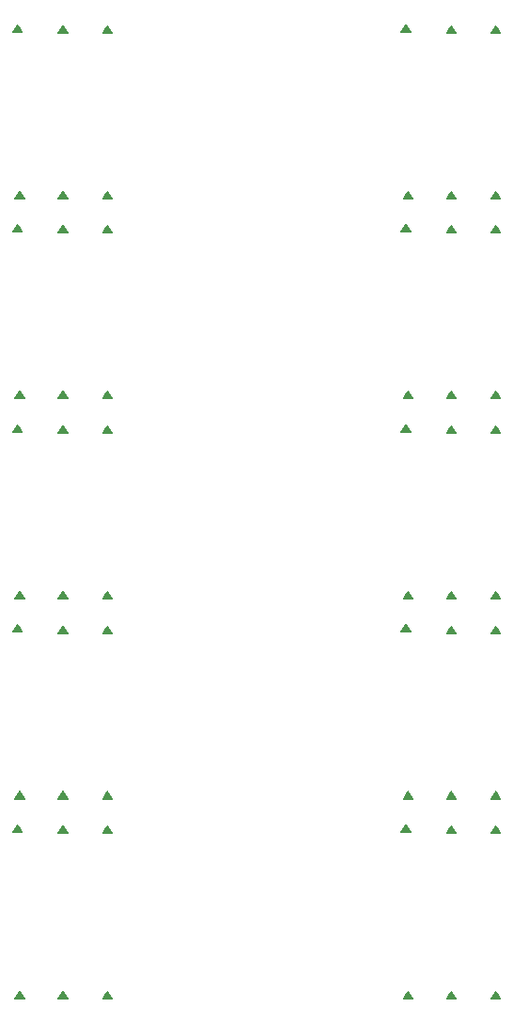
<source format=gbr>
%TF.GenerationSoftware,KiCad,Pcbnew,6.0.8-f2edbf62ab~116~ubuntu22.04.1*%
%TF.CreationDate,2022-10-31T09:01:50+00:00*%
%TF.ProjectId,panel,70616e65-6c2e-46b6-9963-61645f706362,3.0*%
%TF.SameCoordinates,Original*%
%TF.FileFunction,Legend,Bot*%
%TF.FilePolarity,Positive*%
%FSLAX46Y46*%
G04 Gerber Fmt 4.6, Leading zero omitted, Abs format (unit mm)*
G04 Created by KiCad (PCBNEW 6.0.8-f2edbf62ab~116~ubuntu22.04.1) date 2022-10-31 09:01:50*
%MOMM*%
%LPD*%
G01*
G04 APERTURE LIST*
%ADD10C,0.152400*%
%ADD11C,0.500000*%
%ADD12C,2.000000*%
G04 APERTURE END LIST*
D10*
G36*
X53800000Y-78700000D02*
G01*
X53000000Y-78700000D01*
X53400000Y-78100000D01*
X53800000Y-78700000D01*
G37*
X53800000Y-78700000D02*
X53000000Y-78700000D01*
X53400000Y-78100000D01*
X53800000Y-78700000D01*
G36*
X18800000Y-78700000D02*
G01*
X18000000Y-78700000D01*
X18400000Y-78100000D01*
X18800000Y-78700000D01*
G37*
X18800000Y-78700000D02*
X18000000Y-78700000D01*
X18400000Y-78100000D01*
X18800000Y-78700000D01*
G36*
X53800000Y-60700000D02*
G01*
X53000000Y-60700000D01*
X53400000Y-60100000D01*
X53800000Y-60700000D01*
G37*
X53800000Y-60700000D02*
X53000000Y-60700000D01*
X53400000Y-60100000D01*
X53800000Y-60700000D01*
G36*
X18800000Y-60700000D02*
G01*
X18000000Y-60700000D01*
X18400000Y-60100000D01*
X18800000Y-60700000D01*
G37*
X18800000Y-60700000D02*
X18000000Y-60700000D01*
X18400000Y-60100000D01*
X18800000Y-60700000D01*
G36*
X18800000Y-42700000D02*
G01*
X18000000Y-42700000D01*
X18400000Y-42100000D01*
X18800000Y-42700000D01*
G37*
X18800000Y-42700000D02*
X18000000Y-42700000D01*
X18400000Y-42100000D01*
X18800000Y-42700000D01*
G36*
X53800000Y-42700000D02*
G01*
X53000000Y-42700000D01*
X53400000Y-42100000D01*
X53800000Y-42700000D01*
G37*
X53800000Y-42700000D02*
X53000000Y-42700000D01*
X53400000Y-42100000D01*
X53800000Y-42700000D01*
G36*
X53800000Y-24700000D02*
G01*
X53000000Y-24700000D01*
X53400000Y-24100000D01*
X53800000Y-24700000D01*
G37*
X53800000Y-24700000D02*
X53000000Y-24700000D01*
X53400000Y-24100000D01*
X53800000Y-24700000D01*
G36*
X18800000Y-24700000D02*
G01*
X18000000Y-24700000D01*
X18400000Y-24100000D01*
X18800000Y-24700000D01*
G37*
X18800000Y-24700000D02*
X18000000Y-24700000D01*
X18400000Y-24100000D01*
X18800000Y-24700000D01*
G36*
X53800000Y-6700000D02*
G01*
X53000000Y-6700000D01*
X53400000Y-6100000D01*
X53800000Y-6700000D01*
G37*
X53800000Y-6700000D02*
X53000000Y-6700000D01*
X53400000Y-6100000D01*
X53800000Y-6700000D01*
G36*
X18800000Y-6700000D02*
G01*
X18000000Y-6700000D01*
X18400000Y-6100000D01*
X18800000Y-6700000D01*
G37*
X18800000Y-6700000D02*
X18000000Y-6700000D01*
X18400000Y-6100000D01*
X18800000Y-6700000D01*
G36*
X61900000Y-93700000D02*
G01*
X61100000Y-93700000D01*
X61500000Y-93100000D01*
X61900000Y-93700000D01*
G37*
X61900000Y-93700000D02*
X61100000Y-93700000D01*
X61500000Y-93100000D01*
X61900000Y-93700000D01*
G36*
X26900000Y-93700000D02*
G01*
X26100000Y-93700000D01*
X26500000Y-93100000D01*
X26900000Y-93700000D01*
G37*
X26900000Y-93700000D02*
X26100000Y-93700000D01*
X26500000Y-93100000D01*
X26900000Y-93700000D01*
G36*
X61900000Y-75700000D02*
G01*
X61100000Y-75700000D01*
X61500000Y-75100000D01*
X61900000Y-75700000D01*
G37*
X61900000Y-75700000D02*
X61100000Y-75700000D01*
X61500000Y-75100000D01*
X61900000Y-75700000D01*
G36*
X26900000Y-75700000D02*
G01*
X26100000Y-75700000D01*
X26500000Y-75100000D01*
X26900000Y-75700000D01*
G37*
X26900000Y-75700000D02*
X26100000Y-75700000D01*
X26500000Y-75100000D01*
X26900000Y-75700000D01*
G36*
X61900000Y-57700000D02*
G01*
X61100000Y-57700000D01*
X61500000Y-57100000D01*
X61900000Y-57700000D01*
G37*
X61900000Y-57700000D02*
X61100000Y-57700000D01*
X61500000Y-57100000D01*
X61900000Y-57700000D01*
G36*
X26900000Y-57700000D02*
G01*
X26100000Y-57700000D01*
X26500000Y-57100000D01*
X26900000Y-57700000D01*
G37*
X26900000Y-57700000D02*
X26100000Y-57700000D01*
X26500000Y-57100000D01*
X26900000Y-57700000D01*
G36*
X61900000Y-39700000D02*
G01*
X61100000Y-39700000D01*
X61500000Y-39100000D01*
X61900000Y-39700000D01*
G37*
X61900000Y-39700000D02*
X61100000Y-39700000D01*
X61500000Y-39100000D01*
X61900000Y-39700000D01*
G36*
X26900000Y-39700000D02*
G01*
X26100000Y-39700000D01*
X26500000Y-39100000D01*
X26900000Y-39700000D01*
G37*
X26900000Y-39700000D02*
X26100000Y-39700000D01*
X26500000Y-39100000D01*
X26900000Y-39700000D01*
G36*
X61900000Y-21700000D02*
G01*
X61100000Y-21700000D01*
X61500000Y-21100000D01*
X61900000Y-21700000D01*
G37*
X61900000Y-21700000D02*
X61100000Y-21700000D01*
X61500000Y-21100000D01*
X61900000Y-21700000D01*
G36*
X26900000Y-21700000D02*
G01*
X26100000Y-21700000D01*
X26500000Y-21100000D01*
X26900000Y-21700000D01*
G37*
X26900000Y-21700000D02*
X26100000Y-21700000D01*
X26500000Y-21100000D01*
X26900000Y-21700000D01*
G36*
X54000000Y-93700000D02*
G01*
X53200000Y-93700000D01*
X53600000Y-93100000D01*
X54000000Y-93700000D01*
G37*
X54000000Y-93700000D02*
X53200000Y-93700000D01*
X53600000Y-93100000D01*
X54000000Y-93700000D01*
G36*
X19000000Y-93700000D02*
G01*
X18200000Y-93700000D01*
X18600000Y-93100000D01*
X19000000Y-93700000D01*
G37*
X19000000Y-93700000D02*
X18200000Y-93700000D01*
X18600000Y-93100000D01*
X19000000Y-93700000D01*
G36*
X54000000Y-75700000D02*
G01*
X53200000Y-75700000D01*
X53600000Y-75100000D01*
X54000000Y-75700000D01*
G37*
X54000000Y-75700000D02*
X53200000Y-75700000D01*
X53600000Y-75100000D01*
X54000000Y-75700000D01*
G36*
X19000000Y-75700000D02*
G01*
X18200000Y-75700000D01*
X18600000Y-75100000D01*
X19000000Y-75700000D01*
G37*
X19000000Y-75700000D02*
X18200000Y-75700000D01*
X18600000Y-75100000D01*
X19000000Y-75700000D01*
G36*
X54000000Y-57700000D02*
G01*
X53200000Y-57700000D01*
X53600000Y-57100000D01*
X54000000Y-57700000D01*
G37*
X54000000Y-57700000D02*
X53200000Y-57700000D01*
X53600000Y-57100000D01*
X54000000Y-57700000D01*
G36*
X19000000Y-57700000D02*
G01*
X18200000Y-57700000D01*
X18600000Y-57100000D01*
X19000000Y-57700000D01*
G37*
X19000000Y-57700000D02*
X18200000Y-57700000D01*
X18600000Y-57100000D01*
X19000000Y-57700000D01*
G36*
X54000000Y-39700000D02*
G01*
X53200000Y-39700000D01*
X53600000Y-39100000D01*
X54000000Y-39700000D01*
G37*
X54000000Y-39700000D02*
X53200000Y-39700000D01*
X53600000Y-39100000D01*
X54000000Y-39700000D01*
G36*
X19000000Y-39700000D02*
G01*
X18200000Y-39700000D01*
X18600000Y-39100000D01*
X19000000Y-39700000D01*
G37*
X19000000Y-39700000D02*
X18200000Y-39700000D01*
X18600000Y-39100000D01*
X19000000Y-39700000D01*
G36*
X54000000Y-21700000D02*
G01*
X53200000Y-21700000D01*
X53600000Y-21100000D01*
X54000000Y-21700000D01*
G37*
X54000000Y-21700000D02*
X53200000Y-21700000D01*
X53600000Y-21100000D01*
X54000000Y-21700000D01*
G36*
X19000000Y-21700000D02*
G01*
X18200000Y-21700000D01*
X18600000Y-21100000D01*
X19000000Y-21700000D01*
G37*
X19000000Y-21700000D02*
X18200000Y-21700000D01*
X18600000Y-21100000D01*
X19000000Y-21700000D01*
G36*
X61900000Y-78800000D02*
G01*
X61100000Y-78800000D01*
X61500000Y-78200000D01*
X61900000Y-78800000D01*
G37*
X61900000Y-78800000D02*
X61100000Y-78800000D01*
X61500000Y-78200000D01*
X61900000Y-78800000D01*
G36*
X26900000Y-78800000D02*
G01*
X26100000Y-78800000D01*
X26500000Y-78200000D01*
X26900000Y-78800000D01*
G37*
X26900000Y-78800000D02*
X26100000Y-78800000D01*
X26500000Y-78200000D01*
X26900000Y-78800000D01*
G36*
X61900000Y-60800000D02*
G01*
X61100000Y-60800000D01*
X61500000Y-60200000D01*
X61900000Y-60800000D01*
G37*
X61900000Y-60800000D02*
X61100000Y-60800000D01*
X61500000Y-60200000D01*
X61900000Y-60800000D01*
G36*
X26900000Y-60800000D02*
G01*
X26100000Y-60800000D01*
X26500000Y-60200000D01*
X26900000Y-60800000D01*
G37*
X26900000Y-60800000D02*
X26100000Y-60800000D01*
X26500000Y-60200000D01*
X26900000Y-60800000D01*
G36*
X61900000Y-42800000D02*
G01*
X61100000Y-42800000D01*
X61500000Y-42200000D01*
X61900000Y-42800000D01*
G37*
X61900000Y-42800000D02*
X61100000Y-42800000D01*
X61500000Y-42200000D01*
X61900000Y-42800000D01*
G36*
X26900000Y-42800000D02*
G01*
X26100000Y-42800000D01*
X26500000Y-42200000D01*
X26900000Y-42800000D01*
G37*
X26900000Y-42800000D02*
X26100000Y-42800000D01*
X26500000Y-42200000D01*
X26900000Y-42800000D01*
G36*
X61900000Y-24800000D02*
G01*
X61100000Y-24800000D01*
X61500000Y-24200000D01*
X61900000Y-24800000D01*
G37*
X61900000Y-24800000D02*
X61100000Y-24800000D01*
X61500000Y-24200000D01*
X61900000Y-24800000D01*
G36*
X26900000Y-24800000D02*
G01*
X26100000Y-24800000D01*
X26500000Y-24200000D01*
X26900000Y-24800000D01*
G37*
X26900000Y-24800000D02*
X26100000Y-24800000D01*
X26500000Y-24200000D01*
X26900000Y-24800000D01*
G36*
X61900000Y-6800000D02*
G01*
X61100000Y-6800000D01*
X61500000Y-6200000D01*
X61900000Y-6800000D01*
G37*
X61900000Y-6800000D02*
X61100000Y-6800000D01*
X61500000Y-6200000D01*
X61900000Y-6800000D01*
G36*
X26900000Y-6800000D02*
G01*
X26100000Y-6800000D01*
X26500000Y-6200000D01*
X26900000Y-6800000D01*
G37*
X26900000Y-6800000D02*
X26100000Y-6800000D01*
X26500000Y-6200000D01*
X26900000Y-6800000D01*
G36*
X57900000Y-78800000D02*
G01*
X57100000Y-78800000D01*
X57500000Y-78200000D01*
X57900000Y-78800000D01*
G37*
X57900000Y-78800000D02*
X57100000Y-78800000D01*
X57500000Y-78200000D01*
X57900000Y-78800000D01*
G36*
X22900000Y-78800000D02*
G01*
X22100000Y-78800000D01*
X22500000Y-78200000D01*
X22900000Y-78800000D01*
G37*
X22900000Y-78800000D02*
X22100000Y-78800000D01*
X22500000Y-78200000D01*
X22900000Y-78800000D01*
G36*
X57900000Y-60800000D02*
G01*
X57100000Y-60800000D01*
X57500000Y-60200000D01*
X57900000Y-60800000D01*
G37*
X57900000Y-60800000D02*
X57100000Y-60800000D01*
X57500000Y-60200000D01*
X57900000Y-60800000D01*
G36*
X22900000Y-60800000D02*
G01*
X22100000Y-60800000D01*
X22500000Y-60200000D01*
X22900000Y-60800000D01*
G37*
X22900000Y-60800000D02*
X22100000Y-60800000D01*
X22500000Y-60200000D01*
X22900000Y-60800000D01*
G36*
X57900000Y-42800000D02*
G01*
X57100000Y-42800000D01*
X57500000Y-42200000D01*
X57900000Y-42800000D01*
G37*
X57900000Y-42800000D02*
X57100000Y-42800000D01*
X57500000Y-42200000D01*
X57900000Y-42800000D01*
G36*
X22900000Y-42800000D02*
G01*
X22100000Y-42800000D01*
X22500000Y-42200000D01*
X22900000Y-42800000D01*
G37*
X22900000Y-42800000D02*
X22100000Y-42800000D01*
X22500000Y-42200000D01*
X22900000Y-42800000D01*
G36*
X22900000Y-24800000D02*
G01*
X22100000Y-24800000D01*
X22500000Y-24200000D01*
X22900000Y-24800000D01*
G37*
X22900000Y-24800000D02*
X22100000Y-24800000D01*
X22500000Y-24200000D01*
X22900000Y-24800000D01*
G36*
X57900000Y-24800000D02*
G01*
X57100000Y-24800000D01*
X57500000Y-24200000D01*
X57900000Y-24800000D01*
G37*
X57900000Y-24800000D02*
X57100000Y-24800000D01*
X57500000Y-24200000D01*
X57900000Y-24800000D01*
G36*
X57900000Y-6800000D02*
G01*
X57100000Y-6800000D01*
X57500000Y-6200000D01*
X57900000Y-6800000D01*
G37*
X57900000Y-6800000D02*
X57100000Y-6800000D01*
X57500000Y-6200000D01*
X57900000Y-6800000D01*
G36*
X22900000Y-6800000D02*
G01*
X22100000Y-6800000D01*
X22500000Y-6200000D01*
X22900000Y-6800000D01*
G37*
X22900000Y-6800000D02*
X22100000Y-6800000D01*
X22500000Y-6200000D01*
X22900000Y-6800000D01*
G36*
X57900000Y-93700000D02*
G01*
X57100000Y-93700000D01*
X57500000Y-93100000D01*
X57900000Y-93700000D01*
G37*
X57900000Y-93700000D02*
X57100000Y-93700000D01*
X57500000Y-93100000D01*
X57900000Y-93700000D01*
G36*
X22900000Y-93700000D02*
G01*
X22100000Y-93700000D01*
X22500000Y-93100000D01*
X22900000Y-93700000D01*
G37*
X22900000Y-93700000D02*
X22100000Y-93700000D01*
X22500000Y-93100000D01*
X22900000Y-93700000D01*
G36*
X57900000Y-75700000D02*
G01*
X57100000Y-75700000D01*
X57500000Y-75100000D01*
X57900000Y-75700000D01*
G37*
X57900000Y-75700000D02*
X57100000Y-75700000D01*
X57500000Y-75100000D01*
X57900000Y-75700000D01*
G36*
X22900000Y-75700000D02*
G01*
X22100000Y-75700000D01*
X22500000Y-75100000D01*
X22900000Y-75700000D01*
G37*
X22900000Y-75700000D02*
X22100000Y-75700000D01*
X22500000Y-75100000D01*
X22900000Y-75700000D01*
G36*
X57900000Y-57700000D02*
G01*
X57100000Y-57700000D01*
X57500000Y-57100000D01*
X57900000Y-57700000D01*
G37*
X57900000Y-57700000D02*
X57100000Y-57700000D01*
X57500000Y-57100000D01*
X57900000Y-57700000D01*
G36*
X22900000Y-57700000D02*
G01*
X22100000Y-57700000D01*
X22500000Y-57100000D01*
X22900000Y-57700000D01*
G37*
X22900000Y-57700000D02*
X22100000Y-57700000D01*
X22500000Y-57100000D01*
X22900000Y-57700000D01*
G36*
X22900000Y-39700000D02*
G01*
X22100000Y-39700000D01*
X22500000Y-39100000D01*
X22900000Y-39700000D01*
G37*
X22900000Y-39700000D02*
X22100000Y-39700000D01*
X22500000Y-39100000D01*
X22900000Y-39700000D01*
G36*
X57900000Y-39700000D02*
G01*
X57100000Y-39700000D01*
X57500000Y-39100000D01*
X57900000Y-39700000D01*
G37*
X57900000Y-39700000D02*
X57100000Y-39700000D01*
X57500000Y-39100000D01*
X57900000Y-39700000D01*
G36*
X57900000Y-21700000D02*
G01*
X57100000Y-21700000D01*
X57500000Y-21100000D01*
X57900000Y-21700000D01*
G37*
X57900000Y-21700000D02*
X57100000Y-21700000D01*
X57500000Y-21100000D01*
X57900000Y-21700000D01*
G36*
X22900000Y-21700000D02*
G01*
X22100000Y-21700000D01*
X22500000Y-21100000D01*
X22900000Y-21700000D01*
G37*
X22900000Y-21700000D02*
X22100000Y-21700000D01*
X22500000Y-21100000D01*
X22900000Y-21700000D01*
%LPC*%
D11*
%TO.C,REF\u002A\u002A*%
X54999957Y-59702268D03*
%TD*%
%TO.C,REF\u002A\u002A*%
X23333290Y-23701796D03*
%TD*%
%TO.C,REF\u002A\u002A*%
X74297471Y-66333219D03*
%TD*%
%TO.C,REF\u002A\u002A*%
X20833291Y-5702151D03*
%TD*%
%TO.C,REF\u002A\u002A*%
X39297471Y-12333220D03*
%TD*%
%TO.C,REF\u002A\u002A*%
X59999957Y-5701560D03*
%TD*%
%TO.C,REF\u002A\u002A*%
X20833376Y-40298321D03*
%TD*%
%TO.C,REF\u002A\u002A*%
X39298735Y-69666552D03*
%TD*%
%TO.C,REF\u002A\u002A*%
X21666710Y-76298203D03*
%TD*%
%TO.C,REF\u002A\u002A*%
X24999957Y-41701559D03*
%TD*%
%TO.C,REF\u002A\u002A*%
X58333375Y-40297967D03*
%TD*%
%TO.C,REF\u002A\u002A*%
X74297471Y-12333220D03*
%TD*%
%TO.C,REF\u002A\u002A*%
X20833291Y-59702150D03*
%TD*%
%TO.C,REF\u002A\u002A*%
X6000000Y-1600000D03*
%TD*%
%TO.C,REF\u002A\u002A*%
X58333375Y-22297967D03*
%TD*%
%TO.C,REF\u002A\u002A*%
X57500042Y-40298085D03*
%TD*%
%TO.C,REF\u002A\u002A*%
X23333375Y-94297967D03*
%TD*%
%TO.C,REF\u002A\u002A*%
X6000000Y-2400000D03*
%TD*%
%TO.C,REF\u002A\u002A*%
X24999957Y-23701559D03*
%TD*%
%TO.C,REF\u002A\u002A*%
X22499958Y-77701914D03*
%TD*%
%TO.C,REF\u002A\u002A*%
X56666709Y-58298203D03*
%TD*%
%TO.C,REF\u002A\u002A*%
X24166624Y-5701679D03*
%TD*%
%TO.C,REF\u002A\u002A*%
X20833376Y-22298321D03*
%TD*%
%TO.C,REF\u002A\u002A*%
X39298419Y-68833219D03*
%TD*%
%TO.C,REF\u002A\u002A*%
X5701897Y-32000113D03*
%TD*%
%TO.C,REF\u002A\u002A*%
X20833291Y-77702150D03*
%TD*%
%TO.C,REF\u002A\u002A*%
X79200000Y-94000000D03*
%TD*%
%TO.C,REF\u002A\u002A*%
X5702845Y-70500113D03*
%TD*%
%TO.C,REF\u002A\u002A*%
X23333290Y-77701796D03*
%TD*%
%TO.C,REF\u002A\u002A*%
X58333290Y-59701796D03*
%TD*%
%TO.C,REF\u002A\u002A*%
X4000000Y-94000000D03*
%TD*%
%TO.C,REF\u002A\u002A*%
X74297155Y-11499887D03*
%TD*%
%TO.C,REF\u002A\u002A*%
X20833376Y-58298321D03*
%TD*%
%TO.C,REF\u002A\u002A*%
X74000000Y-1600000D03*
%TD*%
%TO.C,REF\u002A\u002A*%
X2400000Y-94000000D03*
%TD*%
%TO.C,REF\u002A\u002A*%
X20833376Y-76298321D03*
%TD*%
%TO.C,REF\u002A\u002A*%
X56666624Y-23702032D03*
%TD*%
%TO.C,REF\u002A\u002A*%
X39297787Y-13166553D03*
%TD*%
D12*
%TO.C,REF\u002A\u002A*%
X77500000Y-97500000D03*
%TD*%
D11*
%TO.C,REF\u002A\u002A*%
X54999957Y-23702268D03*
%TD*%
%TO.C,REF\u002A\u002A*%
X76000000Y-6000000D03*
%TD*%
%TO.C,REF\u002A\u002A*%
X54999957Y-41702268D03*
%TD*%
%TO.C,REF\u002A\u002A*%
X40701580Y-31166780D03*
%TD*%
%TO.C,REF\u002A\u002A*%
X39297155Y-47499886D03*
%TD*%
%TO.C,REF\u002A\u002A*%
X39297471Y-84333219D03*
%TD*%
%TO.C,REF\u002A\u002A*%
X6000000Y-97600000D03*
%TD*%
%TO.C,REF\u002A\u002A*%
X5702845Y-88500113D03*
%TD*%
%TO.C,REF\u002A\u002A*%
X40701264Y-66333447D03*
%TD*%
%TO.C,REF\u002A\u002A*%
X40702528Y-69666780D03*
%TD*%
%TO.C,REF\u002A\u002A*%
X58333375Y-58297967D03*
%TD*%
%TO.C,REF\u002A\u002A*%
X21666710Y-22298203D03*
%TD*%
%TO.C,REF\u002A\u002A*%
X74000000Y-97600000D03*
%TD*%
%TO.C,REF\u002A\u002A*%
X5701581Y-49166780D03*
%TD*%
%TO.C,REF\u002A\u002A*%
X0Y-6000000D03*
%TD*%
%TO.C,REF\u002A\u002A*%
X20833291Y-41702150D03*
%TD*%
%TO.C,REF\u002A\u002A*%
X39298735Y-87666552D03*
%TD*%
%TO.C,REF\u002A\u002A*%
X74000000Y-800000D03*
%TD*%
%TO.C,REF\u002A\u002A*%
X22499958Y-41701914D03*
%TD*%
%TO.C,REF\u002A\u002A*%
X55833375Y-58298321D03*
%TD*%
%TO.C,REF\u002A\u002A*%
X23333290Y-5701797D03*
%TD*%
%TO.C,REF\u002A\u002A*%
X0Y-94000000D03*
%TD*%
%TO.C,REF\u002A\u002A*%
X39299051Y-70499886D03*
%TD*%
%TO.C,REF\u002A\u002A*%
X74297787Y-13166553D03*
%TD*%
%TO.C,REF\u002A\u002A*%
X5702213Y-32833447D03*
%TD*%
%TO.C,REF\u002A\u002A*%
X5702845Y-34500113D03*
%TD*%
%TO.C,REF\u002A\u002A*%
X20000043Y-58298440D03*
%TD*%
%TO.C,REF\u002A\u002A*%
X59999957Y-77701559D03*
%TD*%
%TO.C,REF\u002A\u002A*%
X74299051Y-52499886D03*
%TD*%
%TO.C,REF\u002A\u002A*%
X40702212Y-32833447D03*
%TD*%
%TO.C,REF\u002A\u002A*%
X56666624Y-59702032D03*
%TD*%
%TO.C,REF\u002A\u002A*%
X40702844Y-88500113D03*
%TD*%
%TO.C,REF\u002A\u002A*%
X5700949Y-11500114D03*
%TD*%
%TO.C,REF\u002A\u002A*%
X40701264Y-48333447D03*
%TD*%
%TO.C,REF\u002A\u002A*%
X57499957Y-23701914D03*
%TD*%
%TO.C,REF\u002A\u002A*%
X59166709Y-76297849D03*
%TD*%
%TO.C,REF\u002A\u002A*%
X21666625Y-41702032D03*
%TD*%
%TO.C,REF\u002A\u002A*%
X57500042Y-76298085D03*
%TD*%
%TO.C,REF\u002A\u002A*%
X39297787Y-31166552D03*
%TD*%
%TO.C,REF\u002A\u002A*%
X5702213Y-68833447D03*
%TD*%
%TO.C,REF\u002A\u002A*%
X60000042Y-94297731D03*
%TD*%
%TO.C,REF\u002A\u002A*%
X40700948Y-11500114D03*
%TD*%
%TO.C,REF\u002A\u002A*%
X54999957Y-5702269D03*
%TD*%
%TO.C,REF\u002A\u002A*%
X5701897Y-68000113D03*
%TD*%
%TO.C,REF\u002A\u002A*%
X5701581Y-67166780D03*
%TD*%
%TO.C,REF\u002A\u002A*%
X24166709Y-22297849D03*
%TD*%
%TO.C,REF\u002A\u002A*%
X21666710Y-58298203D03*
%TD*%
%TO.C,REF\u002A\u002A*%
X55833290Y-5702151D03*
%TD*%
%TO.C,REF\u002A\u002A*%
X74297471Y-48333219D03*
%TD*%
%TO.C,REF\u002A\u002A*%
X55000042Y-94298440D03*
%TD*%
%TO.C,REF\u002A\u002A*%
X78400000Y-6000000D03*
%TD*%
%TO.C,REF\u002A\u002A*%
X39298419Y-32833219D03*
%TD*%
%TO.C,REF\u002A\u002A*%
X39298419Y-50833219D03*
%TD*%
%TO.C,REF\u002A\u002A*%
X40702212Y-50833447D03*
%TD*%
%TO.C,REF\u002A\u002A*%
X74000000Y-99200000D03*
%TD*%
%TO.C,REF\u002A\u002A*%
X22500042Y-94298085D03*
%TD*%
%TO.C,REF\u002A\u002A*%
X74000000Y-98400000D03*
%TD*%
%TO.C,REF\u002A\u002A*%
X22500042Y-76298085D03*
%TD*%
%TO.C,REF\u002A\u002A*%
X59166624Y-77701678D03*
%TD*%
%TO.C,REF\u002A\u002A*%
X39297787Y-85166552D03*
%TD*%
%TO.C,REF\u002A\u002A*%
X20000043Y-76298440D03*
%TD*%
%TO.C,REF\u002A\u002A*%
X74299051Y-70499886D03*
%TD*%
%TO.C,REF\u002A\u002A*%
X6000000Y-3200000D03*
%TD*%
%TO.C,REF\u002A\u002A*%
X55000042Y-76298440D03*
%TD*%
%TO.C,REF\u002A\u002A*%
X39298103Y-13999887D03*
%TD*%
%TO.C,REF\u002A\u002A*%
X59166709Y-22297849D03*
%TD*%
%TO.C,REF\u002A\u002A*%
X40701896Y-32000113D03*
%TD*%
D12*
%TO.C,REF\u002A\u002A*%
X2500000Y-2500000D03*
%TD*%
D11*
%TO.C,REF\u002A\u002A*%
X39297787Y-67166552D03*
%TD*%
%TO.C,REF\u002A\u002A*%
X5701897Y-50000113D03*
%TD*%
%TO.C,REF\u002A\u002A*%
X80000000Y-6000000D03*
%TD*%
%TO.C,REF\u002A\u002A*%
X74000000Y-2400000D03*
%TD*%
%TO.C,REF\u002A\u002A*%
X25000042Y-22297731D03*
%TD*%
%TO.C,REF\u002A\u002A*%
X19999958Y-41702268D03*
%TD*%
%TO.C,REF\u002A\u002A*%
X55833375Y-94298321D03*
%TD*%
%TO.C,REF\u002A\u002A*%
X74000000Y-4000000D03*
%TD*%
%TO.C,REF\u002A\u002A*%
X60000042Y-58297731D03*
%TD*%
%TO.C,REF\u002A\u002A*%
X40701580Y-13166781D03*
%TD*%
%TO.C,REF\u002A\u002A*%
X74298103Y-49999886D03*
%TD*%
%TO.C,REF\u002A\u002A*%
X40701264Y-30333447D03*
%TD*%
%TO.C,REF\u002A\u002A*%
X39297155Y-83499886D03*
%TD*%
%TO.C,REF\u002A\u002A*%
X55833290Y-77702150D03*
%TD*%
%TO.C,REF\u002A\u002A*%
X60000042Y-22297731D03*
%TD*%
%TO.C,REF\u002A\u002A*%
X74298419Y-32833219D03*
%TD*%
%TO.C,REF\u002A\u002A*%
X22499958Y-23701914D03*
%TD*%
%TO.C,REF\u002A\u002A*%
X5702529Y-87666780D03*
%TD*%
%TO.C,REF\u002A\u002A*%
X24166624Y-77701678D03*
%TD*%
%TO.C,REF\u002A\u002A*%
X24166624Y-59701678D03*
%TD*%
%TO.C,REF\u002A\u002A*%
X22499958Y-5701915D03*
%TD*%
%TO.C,REF\u002A\u002A*%
X74297787Y-49166552D03*
%TD*%
%TO.C,REF\u002A\u002A*%
X54999957Y-77702268D03*
%TD*%
%TO.C,REF\u002A\u002A*%
X19999958Y-23702268D03*
%TD*%
%TO.C,REF\u002A\u002A*%
X5702845Y-52500113D03*
%TD*%
%TO.C,REF\u002A\u002A*%
X800000Y-6000000D03*
%TD*%
%TO.C,REF\u002A\u002A*%
X23333375Y-58297967D03*
%TD*%
%TO.C,REF\u002A\u002A*%
X74298419Y-50833219D03*
%TD*%
%TO.C,REF\u002A\u002A*%
X21666625Y-5702033D03*
%TD*%
%TO.C,REF\u002A\u002A*%
X40701896Y-68000113D03*
%TD*%
%TO.C,REF\u002A\u002A*%
X74297471Y-30333219D03*
%TD*%
%TO.C,REF\u002A\u002A*%
X20000043Y-40298440D03*
%TD*%
%TO.C,REF\u002A\u002A*%
X5702529Y-33666780D03*
%TD*%
%TO.C,REF\u002A\u002A*%
X76000000Y-94000000D03*
%TD*%
%TO.C,REF\u002A\u002A*%
X74298735Y-51666552D03*
%TD*%
%TO.C,REF\u002A\u002A*%
X19999958Y-5702269D03*
%TD*%
%TO.C,REF\u002A\u002A*%
X57500042Y-94298085D03*
%TD*%
%TO.C,REF\u002A\u002A*%
X40702844Y-52500113D03*
%TD*%
%TO.C,REF\u002A\u002A*%
X74299051Y-16499886D03*
%TD*%
%TO.C,REF\u002A\u002A*%
X59999957Y-41701559D03*
%TD*%
%TO.C,REF\u002A\u002A*%
X20833291Y-23702150D03*
%TD*%
%TO.C,REF\u002A\u002A*%
X55833290Y-41702150D03*
%TD*%
%TO.C,REF\u002A\u002A*%
X21666625Y-77702032D03*
%TD*%
%TO.C,REF\u002A\u002A*%
X74298103Y-85999886D03*
%TD*%
%TO.C,REF\u002A\u002A*%
X57500042Y-58298085D03*
%TD*%
%TO.C,REF\u002A\u002A*%
X74297155Y-65499886D03*
%TD*%
%TO.C,REF\u002A\u002A*%
X59166624Y-41701678D03*
%TD*%
%TO.C,REF\u002A\u002A*%
X24166709Y-58297849D03*
%TD*%
%TO.C,REF\u002A\u002A*%
X39299051Y-34499886D03*
%TD*%
%TO.C,REF\u002A\u002A*%
X40701896Y-86000113D03*
%TD*%
%TO.C,REF\u002A\u002A*%
X40702212Y-14833447D03*
%TD*%
%TO.C,REF\u002A\u002A*%
X39299051Y-16499886D03*
%TD*%
%TO.C,REF\u002A\u002A*%
X40702844Y-70500113D03*
%TD*%
%TO.C,REF\u002A\u002A*%
X76800000Y-6000000D03*
%TD*%
%TO.C,REF\u002A\u002A*%
X39298419Y-14833219D03*
%TD*%
%TO.C,REF\u002A\u002A*%
X39297471Y-48333219D03*
%TD*%
%TO.C,REF\u002A\u002A*%
X40701580Y-49166780D03*
%TD*%
%TO.C,REF\u002A\u002A*%
X6000000Y-96000000D03*
%TD*%
%TO.C,REF\u002A\u002A*%
X74298419Y-68833219D03*
%TD*%
%TO.C,REF\u002A\u002A*%
X5701581Y-85166780D03*
%TD*%
%TO.C,REF\u002A\u002A*%
X55000042Y-58298440D03*
%TD*%
%TO.C,REF\u002A\u002A*%
X23333290Y-59701796D03*
%TD*%
%TO.C,REF\u002A\u002A*%
X24999957Y-59701559D03*
%TD*%
%TO.C,REF\u002A\u002A*%
X39298103Y-67999886D03*
%TD*%
%TO.C,REF\u002A\u002A*%
X56666624Y-5702033D03*
%TD*%
%TO.C,REF\u002A\u002A*%
X22500042Y-58298085D03*
%TD*%
%TO.C,REF\u002A\u002A*%
X74000000Y-96000000D03*
%TD*%
%TO.C,REF\u002A\u002A*%
X3200000Y-6000000D03*
%TD*%
%TO.C,REF\u002A\u002A*%
X40701580Y-67166780D03*
%TD*%
%TO.C,REF\u002A\u002A*%
X24166709Y-40297849D03*
%TD*%
%TO.C,REF\u002A\u002A*%
X23333290Y-41701796D03*
%TD*%
%TO.C,REF\u002A\u002A*%
X39299051Y-88499886D03*
%TD*%
%TO.C,REF\u002A\u002A*%
X5701581Y-31166780D03*
%TD*%
%TO.C,REF\u002A\u002A*%
X39298735Y-15666552D03*
%TD*%
%TO.C,REF\u002A\u002A*%
X58333375Y-76297967D03*
%TD*%
%TO.C,REF\u002A\u002A*%
X6000000Y-98400000D03*
%TD*%
%TO.C,REF\u002A\u002A*%
X57500042Y-22298085D03*
%TD*%
%TO.C,REF\u002A\u002A*%
X55833375Y-40298321D03*
%TD*%
%TO.C,REF\u002A\u002A*%
X21666710Y-40298203D03*
%TD*%
%TO.C,REF\u002A\u002A*%
X74298419Y-86833219D03*
%TD*%
%TO.C,REF\u002A\u002A*%
X40702844Y-16500113D03*
%TD*%
%TO.C,REF\u002A\u002A*%
X1600000Y-6000000D03*
%TD*%
%TO.C,REF\u002A\u002A*%
X56666709Y-40298203D03*
%TD*%
%TO.C,REF\u002A\u002A*%
X24166709Y-76297849D03*
%TD*%
%TO.C,REF\u002A\u002A*%
X59166624Y-5701679D03*
%TD*%
%TO.C,REF\u002A\u002A*%
X21666710Y-94298203D03*
%TD*%
%TO.C,REF\u002A\u002A*%
X74000000Y-3200000D03*
%TD*%
%TO.C,REF\u002A\u002A*%
X58333290Y-41701796D03*
%TD*%
%TO.C,REF\u002A\u002A*%
X22500042Y-22298085D03*
%TD*%
%TO.C,REF\u002A\u002A*%
X55833290Y-23702150D03*
%TD*%
%TO.C,REF\u002A\u002A*%
X59166709Y-58297849D03*
%TD*%
%TO.C,REF\u002A\u002A*%
X5701897Y-14000113D03*
%TD*%
%TO.C,REF\u002A\u002A*%
X39298103Y-49999886D03*
%TD*%
D12*
%TO.C,REF\u002A\u002A*%
X2500000Y-97500000D03*
%TD*%
D11*
%TO.C,REF\u002A\u002A*%
X5702529Y-69666780D03*
%TD*%
%TO.C,REF\u002A\u002A*%
X74298735Y-87666552D03*
%TD*%
%TO.C,REF\u002A\u002A*%
X5700949Y-29500113D03*
%TD*%
%TO.C,REF\u002A\u002A*%
X5700949Y-47500113D03*
%TD*%
%TO.C,REF\u002A\u002A*%
X39298103Y-31999886D03*
%TD*%
%TO.C,REF\u002A\u002A*%
X74298735Y-33666552D03*
%TD*%
%TO.C,REF\u002A\u002A*%
X74298735Y-15666552D03*
%TD*%
%TO.C,REF\u002A\u002A*%
X39297155Y-65499886D03*
%TD*%
%TO.C,REF\u002A\u002A*%
X74298419Y-14833219D03*
%TD*%
%TO.C,REF\u002A\u002A*%
X5702529Y-15666780D03*
%TD*%
%TO.C,REF\u002A\u002A*%
X55833375Y-22298321D03*
%TD*%
%TO.C,REF\u002A\u002A*%
X40702528Y-15666780D03*
%TD*%
%TO.C,REF\u002A\u002A*%
X6000000Y0D03*
%TD*%
%TO.C,REF\u002A\u002A*%
X40700948Y-47500113D03*
%TD*%
%TO.C,REF\u002A\u002A*%
X74298103Y-31999886D03*
%TD*%
%TO.C,REF\u002A\u002A*%
X2400000Y-6000000D03*
%TD*%
%TO.C,REF\u002A\u002A*%
X39298419Y-86833219D03*
%TD*%
%TO.C,REF\u002A\u002A*%
X40701580Y-85166780D03*
%TD*%
%TO.C,REF\u002A\u002A*%
X39297155Y-11499887D03*
%TD*%
%TO.C,REF\u002A\u002A*%
X74299051Y-88499886D03*
%TD*%
%TO.C,REF\u002A\u002A*%
X40700948Y-29500113D03*
%TD*%
%TO.C,REF\u002A\u002A*%
X20833376Y-94298321D03*
%TD*%
%TO.C,REF\u002A\u002A*%
X39297471Y-30333219D03*
%TD*%
%TO.C,REF\u002A\u002A*%
X58333290Y-5701797D03*
%TD*%
%TO.C,REF\u002A\u002A*%
X55000042Y-40298440D03*
%TD*%
%TO.C,REF\u002A\u002A*%
X39298735Y-33666552D03*
%TD*%
%TO.C,REF\u002A\u002A*%
X74000000Y0D03*
%TD*%
%TO.C,REF\u002A\u002A*%
X40702844Y-34500113D03*
%TD*%
%TO.C,REF\u002A\u002A*%
X74298103Y-13999887D03*
%TD*%
%TO.C,REF\u002A\u002A*%
X58333290Y-77701796D03*
%TD*%
%TO.C,REF\u002A\u002A*%
X39298103Y-85999886D03*
%TD*%
%TO.C,REF\u002A\u002A*%
X55833375Y-76298321D03*
%TD*%
%TO.C,REF\u002A\u002A*%
X5701265Y-30333447D03*
%TD*%
%TO.C,REF\u002A\u002A*%
X5702845Y-16500113D03*
%TD*%
%TO.C,REF\u002A\u002A*%
X55000042Y-22298440D03*
%TD*%
%TO.C,REF\u002A\u002A*%
X57499957Y-59701914D03*
%TD*%
%TO.C,REF\u002A\u002A*%
X57499957Y-5701915D03*
%TD*%
%TO.C,REF\u002A\u002A*%
X5701265Y-66333447D03*
%TD*%
%TO.C,REF\u002A\u002A*%
X77600000Y-94000000D03*
%TD*%
%TO.C,REF\u002A\u002A*%
X40702528Y-87666780D03*
%TD*%
%TO.C,REF\u002A\u002A*%
X74298735Y-69666552D03*
%TD*%
%TO.C,REF\u002A\u002A*%
X23333375Y-76297967D03*
%TD*%
%TO.C,REF\u002A\u002A*%
X20000043Y-22298440D03*
%TD*%
%TO.C,REF\u002A\u002A*%
X40701896Y-14000113D03*
%TD*%
%TO.C,REF\u002A\u002A*%
X5702213Y-14833447D03*
%TD*%
%TO.C,REF\u002A\u002A*%
X40701896Y-50000113D03*
%TD*%
%TO.C,REF\u002A\u002A*%
X5700949Y-83500113D03*
%TD*%
%TO.C,REF\u002A\u002A*%
X58333375Y-94297967D03*
%TD*%
%TO.C,REF\u002A\u002A*%
X6000000Y-4000000D03*
%TD*%
%TO.C,REF\u002A\u002A*%
X76800000Y-94000000D03*
%TD*%
%TO.C,REF\u002A\u002A*%
X40702528Y-33666780D03*
%TD*%
%TO.C,REF\u002A\u002A*%
X19999958Y-77702268D03*
%TD*%
%TO.C,REF\u002A\u002A*%
X6000000Y-99200000D03*
%TD*%
%TO.C,REF\u002A\u002A*%
X22500042Y-40298085D03*
%TD*%
%TO.C,REF\u002A\u002A*%
X24166624Y-41701678D03*
%TD*%
%TO.C,REF\u002A\u002A*%
X25000042Y-76297731D03*
%TD*%
%TO.C,REF\u002A\u002A*%
X59166709Y-40297849D03*
%TD*%
%TO.C,REF\u002A\u002A*%
X59999957Y-59701559D03*
%TD*%
%TO.C,REF\u002A\u002A*%
X25000042Y-40297731D03*
%TD*%
%TO.C,REF\u002A\u002A*%
X74297155Y-83499886D03*
%TD*%
%TO.C,REF\u002A\u002A*%
X6000000Y-96800000D03*
%TD*%
%TO.C,REF\u002A\u002A*%
X59166709Y-94297849D03*
%TD*%
%TO.C,REF\u002A\u002A*%
X5701265Y-48333447D03*
%TD*%
%TO.C,REF\u002A\u002A*%
X74297155Y-47499886D03*
%TD*%
%TO.C,REF\u002A\u002A*%
X6000000Y-100000000D03*
%TD*%
%TO.C,REF\u002A\u002A*%
X40701264Y-84333447D03*
%TD*%
%TO.C,REF\u002A\u002A*%
X25000042Y-58297731D03*
%TD*%
%TO.C,REF\u002A\u002A*%
X74297155Y-29499886D03*
%TD*%
%TO.C,REF\u002A\u002A*%
X74297787Y-31166552D03*
%TD*%
%TO.C,REF\u002A\u002A*%
X5702213Y-50833447D03*
%TD*%
%TO.C,REF\u002A\u002A*%
X80000000Y-94000000D03*
%TD*%
%TO.C,REF\u002A\u002A*%
X5701265Y-12333448D03*
%TD*%
%TO.C,REF\u002A\u002A*%
X39297471Y-66333219D03*
%TD*%
%TO.C,REF\u002A\u002A*%
X5701897Y-86000113D03*
%TD*%
%TO.C,REF\u002A\u002A*%
X56666709Y-22298203D03*
%TD*%
%TO.C,REF\u002A\u002A*%
X59166624Y-23701678D03*
%TD*%
%TO.C,REF\u002A\u002A*%
X56666624Y-77702032D03*
%TD*%
%TO.C,REF\u002A\u002A*%
X24166624Y-23701678D03*
%TD*%
%TO.C,REF\u002A\u002A*%
X40701264Y-12333448D03*
%TD*%
%TO.C,REF\u002A\u002A*%
X24999957Y-5701560D03*
%TD*%
D12*
%TO.C,REF\u002A\u002A*%
X77500000Y-2500000D03*
%TD*%
D11*
%TO.C,REF\u002A\u002A*%
X20000043Y-94298440D03*
%TD*%
%TO.C,REF\u002A\u002A*%
X79200000Y-6000000D03*
%TD*%
%TO.C,REF\u002A\u002A*%
X25000042Y-94297731D03*
%TD*%
%TO.C,REF\u002A\u002A*%
X40702528Y-51666780D03*
%TD*%
%TO.C,REF\u002A\u002A*%
X1600000Y-94000000D03*
%TD*%
%TO.C,REF\u002A\u002A*%
X77600000Y-6000000D03*
%TD*%
%TO.C,REF\u002A\u002A*%
X21666625Y-23702032D03*
%TD*%
%TO.C,REF\u002A\u002A*%
X39297155Y-29499886D03*
%TD*%
%TO.C,REF\u002A\u002A*%
X4000000Y-6000000D03*
%TD*%
%TO.C,REF\u002A\u002A*%
X60000042Y-40297731D03*
%TD*%
%TO.C,REF\u002A\u002A*%
X21666625Y-59702032D03*
%TD*%
%TO.C,REF\u002A\u002A*%
X5702213Y-86833447D03*
%TD*%
%TO.C,REF\u002A\u002A*%
X39297787Y-49166552D03*
%TD*%
%TO.C,REF\u002A\u002A*%
X800000Y-94000000D03*
%TD*%
%TO.C,REF\u002A\u002A*%
X40700948Y-83500113D03*
%TD*%
%TO.C,REF\u002A\u002A*%
X22499958Y-59701914D03*
%TD*%
%TO.C,REF\u002A\u002A*%
X5702529Y-51666780D03*
%TD*%
%TO.C,REF\u002A\u002A*%
X24166709Y-94297849D03*
%TD*%
%TO.C,REF\u002A\u002A*%
X59999957Y-23701559D03*
%TD*%
%TO.C,REF\u002A\u002A*%
X3200000Y-94000000D03*
%TD*%
%TO.C,REF\u002A\u002A*%
X74000000Y-96800000D03*
%TD*%
%TO.C,REF\u002A\u002A*%
X55833290Y-59702150D03*
%TD*%
%TO.C,REF\u002A\u002A*%
X39299051Y-52499886D03*
%TD*%
%TO.C,REF\u002A\u002A*%
X24999957Y-77701559D03*
%TD*%
%TO.C,REF\u002A\u002A*%
X74297471Y-84333219D03*
%TD*%
%TO.C,REF\u002A\u002A*%
X74299051Y-34499886D03*
%TD*%
%TO.C,REF\u002A\u002A*%
X5701581Y-13166781D03*
%TD*%
%TO.C,REF\u002A\u002A*%
X19999958Y-59702268D03*
%TD*%
%TO.C,REF\u002A\u002A*%
X5700949Y-65500113D03*
%TD*%
%TO.C,REF\u002A\u002A*%
X74297787Y-67166552D03*
%TD*%
%TO.C,REF\u002A\u002A*%
X57499957Y-77701914D03*
%TD*%
%TO.C,REF\u002A\u002A*%
X40702212Y-68833447D03*
%TD*%
%TO.C,REF\u002A\u002A*%
X40702212Y-86833447D03*
%TD*%
%TO.C,REF\u002A\u002A*%
X58333290Y-23701796D03*
%TD*%
%TO.C,REF\u002A\u002A*%
X56666624Y-41702032D03*
%TD*%
%TO.C,REF\u002A\u002A*%
X23333375Y-22297967D03*
%TD*%
%TO.C,REF\u002A\u002A*%
X23333375Y-40297967D03*
%TD*%
%TO.C,REF\u002A\u002A*%
X6000000Y-800000D03*
%TD*%
%TO.C,REF\u002A\u002A*%
X57499957Y-41701914D03*
%TD*%
%TO.C,REF\u002A\u002A*%
X59166624Y-59701678D03*
%TD*%
%TO.C,REF\u002A\u002A*%
X74000000Y-100000000D03*
%TD*%
%TO.C,REF\u002A\u002A*%
X56666709Y-76298203D03*
%TD*%
%TO.C,REF\u002A\u002A*%
X40700948Y-65500113D03*
%TD*%
%TO.C,REF\u002A\u002A*%
X74297787Y-85166552D03*
%TD*%
%TO.C,REF\u002A\u002A*%
X78400000Y-94000000D03*
%TD*%
%TO.C,REF\u002A\u002A*%
X56666709Y-94298203D03*
%TD*%
%TO.C,REF\u002A\u002A*%
X39298735Y-51666552D03*
%TD*%
%TO.C,REF\u002A\u002A*%
X74298103Y-67999886D03*
%TD*%
%TO.C,REF\u002A\u002A*%
X5701265Y-84333447D03*
%TD*%
%TO.C,REF\u002A\u002A*%
X60000042Y-76297731D03*
%TD*%
M02*

</source>
